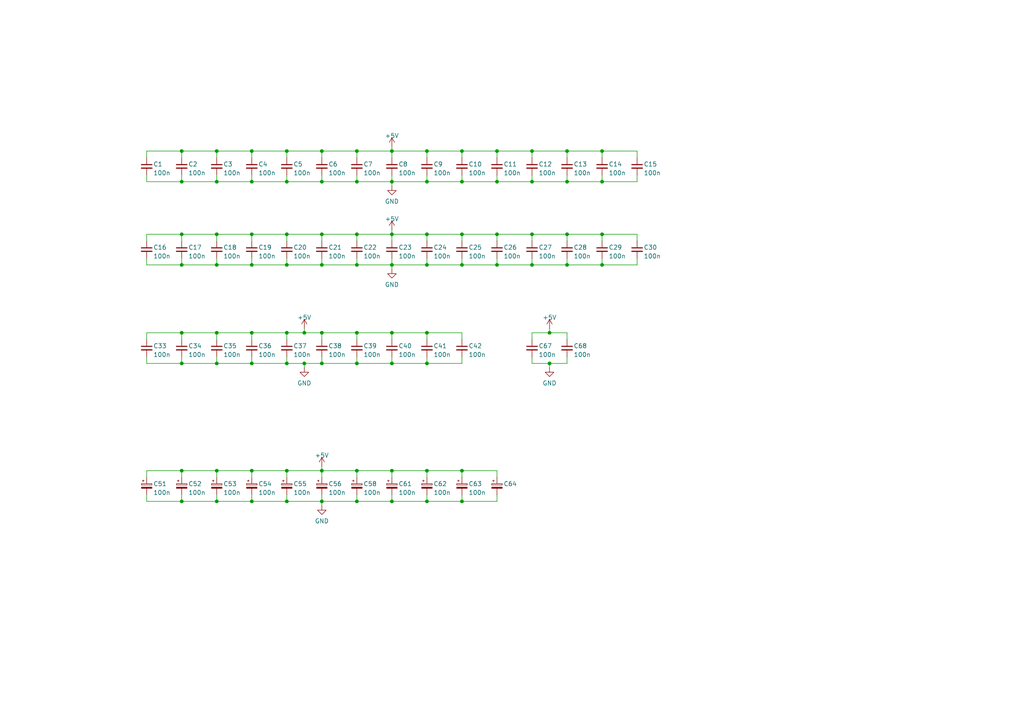
<source format=kicad_sch>
(kicad_sch (version 20230121) (generator eeschema)
  (paper "A4")
  (title_block (title "Decoupling Capacitors") (rev "1") (company "bald.ee/bitpreserve") (comment 1 "Apple IIc"))
  (lib_symbols
    (symbol "Device:C_Polarized_Small" (pin_numbers hide) (pin_names (offset 0.254) hide)
      (property "Reference" "C" (at 0.254 1.778 0))
      (property "Value" "C_Polarized_Small" (at 0.254 -2.032 0))
      (symbol "C_Polarized_Small_0_1"
        (rectangle (start -1.524 -0.3048) (end 1.524 -0.6858) (fill (type outline)))
        (rectangle (start -1.524 0.6858) (end 1.524 0.3048))
        (polyline (pts (xy -1.27 1.524) (xy -0.762 1.524)))
        (polyline (pts (xy -1.016 1.27) (xy -1.016 1.778)))
      )
      (symbol "C_Polarized_Small_1_1"
        (pin passive line (at 0 2.54 270) (length 1.8542) (name "~") (number "1"))
        (pin passive line (at 0 -2.54 90) (length 1.8542) (name "~") (number "2"))
      )
    )
    (symbol "Device:C_Small" (pin_numbers hide) (pin_names (offset 0.254) hide)
      (property "Reference" "C" (at 0.254 1.778 0))
      (property "Value" "C_Small" (at 0.254 -2.032 0))
      (symbol "C_Small_0_1"
        (polyline (pts (xy -1.524 -0.508) (xy 1.524 -0.508)) (stroke (width 0.3302)))
        (polyline (pts (xy -1.524 0.508) (xy 1.524 0.508)) (stroke (width 0.3048)))
      )
      (symbol "C_Small_1_1"
        (pin passive line (at 0 2.54 270) (length 2.032) (name "~") (number "1"))
        (pin passive line (at 0 -2.54 90) (length 2.032) (name "~") (number "2"))
      )
    )
    (symbol "power:+5V" (power) (pin_names (offset 0))
      (property "Value" "+5V" (at 0 3.556 0))
      (symbol "+5V_0_1"
        (polyline (pts (xy -0.762 1.27) (xy 0 2.54)))
        (polyline (pts (xy 0 0) (xy 0 2.54)))
        (polyline (pts (xy 0 2.54) (xy 0.762 1.27)))
      )
      (symbol "+5V_1_1"
        (pin power_in line (at 0 0 90) (length 0) hide (name "+5V") (number "1"))
      )
    )
    (symbol "power:GND" (power) (pin_names (offset 0))
      (property "Value" "GND" (at 0 -3.81 0))
      (symbol "GND_0_1"
        (polyline (pts (xy 0 0) (xy 0 -1.27) (xy 1.27 -1.27) (xy 0 -2.54) (xy -1.27 -1.27) (xy 0 -1.27)))
      )
      (symbol "GND_1_1"
        (pin power_in line (at 0 0 270) (length 0) hide (name "GND") (number "1"))
      )
    )
  )
  (junction (at 164.465 76.835))
  (junction (at 62.865 136.525))
  (junction (at 144.145 43.815))
  (junction (at 62.865 67.945))
  (junction (at 62.865 145.415))
  (junction (at 174.625 43.815))
  (junction (at 73.025 67.945))
  (junction (at 52.705 76.835))
  (junction (at 52.705 67.945))
  (junction (at 62.865 52.705))
  (junction (at 103.505 43.815))
  (junction (at 159.385 105.41))
  (junction (at 93.345 105.41))
  (junction (at 103.505 105.41))
  (junction (at 83.185 136.525))
  (junction (at 144.145 52.705))
  (junction (at 88.265 105.41))
  (junction (at 144.145 76.835))
  (junction (at 113.665 145.415))
  (junction (at 73.025 43.815))
  (junction (at 83.185 52.705))
  (junction (at 62.865 96.52))
  (junction (at 123.825 43.815))
  (junction (at 113.665 136.525))
  (junction (at 113.665 52.705))
  (junction (at 93.345 43.815))
  (junction (at 73.025 96.52))
  (junction (at 123.825 145.415))
  (junction (at 52.705 43.815))
  (junction (at 164.465 43.815))
  (junction (at 133.985 52.705))
  (junction (at 174.625 52.705))
  (junction (at 144.145 67.945))
  (junction (at 93.345 67.945))
  (junction (at 133.985 145.415))
  (junction (at 133.985 43.815))
  (junction (at 103.505 136.525))
  (junction (at 133.985 67.945))
  (junction (at 113.665 105.41))
  (junction (at 154.305 52.705))
  (junction (at 103.505 52.705))
  (junction (at 83.185 43.815))
  (junction (at 93.345 52.705))
  (junction (at 52.705 105.41))
  (junction (at 133.985 76.835))
  (junction (at 93.345 145.415))
  (junction (at 83.185 96.52))
  (junction (at 159.385 96.52))
  (junction (at 62.865 76.835))
  (junction (at 73.025 105.41))
  (junction (at 164.465 67.945))
  (junction (at 83.185 105.41))
  (junction (at 73.025 136.525))
  (junction (at 123.825 96.52))
  (junction (at 73.025 145.415))
  (junction (at 174.625 67.945))
  (junction (at 62.865 43.815))
  (junction (at 123.825 52.705))
  (junction (at 93.345 76.835))
  (junction (at 52.705 136.525))
  (junction (at 93.345 136.525))
  (junction (at 113.665 76.835))
  (junction (at 52.705 145.415))
  (junction (at 62.865 105.41))
  (junction (at 88.265 96.52))
  (junction (at 154.305 67.945))
  (junction (at 123.825 105.41))
  (junction (at 174.625 76.835))
  (junction (at 83.185 76.835))
  (junction (at 103.505 145.415))
  (junction (at 164.465 52.705))
  (junction (at 113.665 43.815))
  (junction (at 103.505 76.835))
  (junction (at 133.985 136.525))
  (junction (at 93.345 96.52))
  (junction (at 154.305 76.835))
  (junction (at 73.025 52.705))
  (junction (at 123.825 76.835))
  (junction (at 154.305 43.815))
  (junction (at 73.025 76.835))
  (junction (at 83.185 145.415))
  (junction (at 123.825 67.945))
  (junction (at 103.505 67.945))
  (junction (at 52.705 96.52))
  (junction (at 123.825 136.525))
  (junction (at 113.665 67.945))
  (junction (at 52.705 52.705))
  (junction (at 103.505 96.52))
  (junction (at 113.665 96.52))
  (junction (at 83.185 67.945))
  (wire (pts (xy 93.345 76.835) (xy 103.505 76.835)))
  (wire (pts (xy 62.865 145.415) (xy 73.025 145.415)))
  (wire (pts (xy 93.345 136.525) (xy 103.505 136.525)))
  (wire (pts (xy 42.545 96.52) (xy 52.705 96.52)))
  (wire (pts (xy 133.985 105.41) (xy 133.985 103.505)))
  (wire (pts (xy 133.985 43.815) (xy 144.145 43.815)))
  (wire (pts (xy 73.025 136.525) (xy 73.025 138.43)))
  (wire (pts (xy 159.385 96.52) (xy 164.465 96.52)))
  (wire (pts (xy 83.185 76.835) (xy 93.345 76.835)))
  (wire (pts (xy 42.545 74.93) (xy 42.545 76.835)))
  (wire (pts (xy 52.705 143.51) (xy 52.705 145.415)))
  (wire (pts (xy 154.305 96.52) (xy 159.385 96.52)))
  (wire (pts (xy 73.025 136.525) (xy 83.185 136.525)))
  (wire (pts (xy 73.025 145.415) (xy 83.185 145.415)))
  (wire (pts (xy 93.345 67.945) (xy 103.505 67.945)))
  (wire (pts (xy 52.705 105.41) (xy 62.865 105.41)))
  (wire (pts (xy 113.665 105.41) (xy 113.665 103.505)))
  (wire (pts (xy 52.705 145.415) (xy 62.865 145.415)))
  (wire (pts (xy 164.465 105.41) (xy 164.465 103.505)))
  (wire (pts (xy 73.025 105.41) (xy 83.185 105.41)))
  (wire (pts (xy 123.825 52.705) (xy 133.985 52.705)))
  (wire (pts (xy 93.345 135.255) (xy 93.345 136.525)))
  (wire (pts (xy 103.505 76.835) (xy 113.665 76.835)))
  (wire (pts (xy 62.865 43.815) (xy 62.865 45.72)))
  (wire (pts (xy 113.665 96.52) (xy 123.825 96.52)))
  (wire (pts (xy 52.705 76.835) (xy 62.865 76.835)))
  (wire (pts (xy 103.505 105.41) (xy 103.505 103.505)))
  (wire (pts (xy 73.025 43.815) (xy 83.185 43.815)))
  (wire (pts (xy 113.665 67.945) (xy 123.825 67.945)))
  (wire (pts (xy 52.705 43.815) (xy 52.705 45.72)))
  (wire (pts (xy 42.545 145.415) (xy 52.705 145.415)))
  (wire (pts (xy 93.345 52.705) (xy 103.505 52.705)))
  (wire (pts (xy 93.345 105.41) (xy 93.345 103.505)))
  (wire (pts (xy 133.985 136.525) (xy 133.985 138.43)))
  (wire (pts (xy 52.705 43.815) (xy 62.865 43.815)))
  (wire (pts (xy 123.825 43.815) (xy 133.985 43.815)))
  (wire (pts (xy 83.185 43.815) (xy 93.345 43.815)))
  (wire (pts (xy 42.545 67.945) (xy 42.545 69.85)))
  (wire (pts (xy 42.545 105.41) (xy 42.545 103.505)))
  (wire (pts (xy 73.025 96.52) (xy 73.025 98.425)))
  (wire (pts (xy 42.545 52.705) (xy 52.705 52.705)))
  (wire (pts (xy 154.305 43.815) (xy 164.465 43.815)))
  (wire (pts (xy 83.185 145.415) (xy 93.345 145.415)))
  (wire (pts (xy 184.785 43.815) (xy 184.785 45.72)))
  (wire (pts (xy 123.825 96.52) (xy 123.825 98.425)))
  (wire (pts (xy 113.665 76.835) (xy 123.825 76.835)))
  (wire (pts (xy 123.825 67.945) (xy 123.825 69.85)))
  (wire (pts (xy 83.185 143.51) (xy 83.185 145.415)))
  (wire (pts (xy 73.025 76.835) (xy 83.185 76.835)))
  (wire (pts (xy 73.025 67.945) (xy 73.025 69.85)))
  (wire (pts (xy 93.345 136.525) (xy 93.345 138.43)))
  (wire (pts (xy 133.985 52.705) (xy 144.145 52.705)))
  (wire (pts (xy 144.145 52.705) (xy 154.305 52.705)))
  (wire (pts (xy 93.345 74.93) (xy 93.345 76.835)))
  (wire (pts (xy 83.185 52.705) (xy 93.345 52.705)))
  (wire (pts (xy 144.145 67.945) (xy 144.145 69.85)))
  (wire (pts (xy 52.705 136.525) (xy 52.705 138.43)))
  (wire (pts (xy 83.185 105.41) (xy 83.185 103.505)))
  (wire (pts (xy 174.625 52.705) (xy 184.785 52.705)))
  (wire (pts (xy 113.665 42.545) (xy 113.665 43.815)))
  (wire (pts (xy 123.825 67.945) (xy 133.985 67.945)))
  (wire (pts (xy 159.385 105.41) (xy 164.465 105.41)))
  (wire (pts (xy 154.305 67.945) (xy 164.465 67.945)))
  (wire (pts (xy 184.785 67.945) (xy 184.785 69.85)))
  (wire (pts (xy 184.785 76.835) (xy 184.785 74.93)))
  (wire (pts (xy 62.865 96.52) (xy 62.865 98.425)))
  (wire (pts (xy 144.145 143.51) (xy 144.145 145.415)))
  (wire (pts (xy 174.625 50.8) (xy 174.625 52.705)))
  (wire (pts (xy 164.465 76.835) (xy 174.625 76.835)))
  (wire (pts (xy 154.305 103.505) (xy 154.305 105.41)))
  (wire (pts (xy 103.505 145.415) (xy 113.665 145.415)))
  (wire (pts (xy 62.865 67.945) (xy 62.865 69.85)))
  (wire (pts (xy 164.465 96.52) (xy 164.465 98.425)))
  (wire (pts (xy 42.545 96.52) (xy 42.545 98.425)))
  (wire (pts (xy 83.185 105.41) (xy 88.265 105.41)))
  (wire (pts (xy 133.985 96.52) (xy 133.985 98.425)))
  (wire (pts (xy 113.665 136.525) (xy 113.665 138.43)))
  (wire (pts (xy 103.505 74.93) (xy 103.505 76.835)))
  (wire (pts (xy 83.185 136.525) (xy 83.185 138.43)))
  (wire (pts (xy 103.505 43.815) (xy 103.505 45.72)))
  (wire (pts (xy 123.825 143.51) (xy 123.825 145.415)))
  (wire (pts (xy 52.705 96.52) (xy 52.705 98.425)))
  (wire (pts (xy 83.185 67.945) (xy 83.185 69.85)))
  (wire (pts (xy 144.145 43.815) (xy 144.145 45.72)))
  (wire (pts (xy 62.865 143.51) (xy 62.865 145.415)))
  (wire (pts (xy 133.985 145.415) (xy 144.145 145.415)))
  (wire (pts (xy 42.545 67.945) (xy 52.705 67.945)))
  (wire (pts (xy 133.985 136.525) (xy 144.145 136.525)))
  (wire (pts (xy 83.185 74.93) (xy 83.185 76.835)))
  (wire (pts (xy 123.825 96.52) (xy 133.985 96.52)))
  (wire (pts (xy 42.545 43.815) (xy 52.705 43.815)))
  (wire (pts (xy 154.305 52.705) (xy 164.465 52.705)))
  (wire (pts (xy 73.025 96.52) (xy 83.185 96.52)))
  (wire (pts (xy 42.545 105.41) (xy 52.705 105.41)))
  (wire (pts (xy 144.145 43.815) (xy 154.305 43.815)))
  (wire (pts (xy 184.785 52.705) (xy 184.785 50.8)))
  (wire (pts (xy 103.505 105.41) (xy 113.665 105.41)))
  (wire (pts (xy 62.865 52.705) (xy 73.025 52.705)))
  (wire (pts (xy 103.505 96.52) (xy 113.665 96.52)))
  (wire (pts (xy 174.625 76.835) (xy 184.785 76.835)))
  (wire (pts (xy 133.985 67.945) (xy 133.985 69.85)))
  (wire (pts (xy 113.665 66.675) (xy 113.665 67.945)))
  (wire (pts (xy 113.665 52.705) (xy 113.665 53.975)))
  (wire (pts (xy 144.145 136.525) (xy 144.145 138.43)))
  (wire (pts (xy 83.185 96.52) (xy 88.265 96.52)))
  (wire (pts (xy 73.025 105.41) (xy 73.025 103.505)))
  (wire (pts (xy 154.305 67.945) (xy 154.305 69.85)))
  (wire (pts (xy 144.145 50.8) (xy 144.145 52.705)))
  (wire (pts (xy 164.465 50.8) (xy 164.465 52.705)))
  (wire (pts (xy 42.545 136.525) (xy 42.545 138.43)))
  (wire (pts (xy 123.825 136.525) (xy 123.825 138.43)))
  (wire (pts (xy 154.305 96.52) (xy 154.305 98.425)))
  (wire (pts (xy 73.025 67.945) (xy 83.185 67.945)))
  (wire (pts (xy 93.345 96.52) (xy 103.505 96.52)))
  (wire (pts (xy 93.345 43.815) (xy 103.505 43.815)))
  (wire (pts (xy 123.825 145.415) (xy 133.985 145.415)))
  (wire (pts (xy 93.345 50.8) (xy 93.345 52.705)))
  (wire (pts (xy 154.305 76.835) (xy 164.465 76.835)))
  (wire (pts (xy 93.345 145.415) (xy 93.345 146.685)))
  (wire (pts (xy 62.865 74.93) (xy 62.865 76.835)))
  (wire (pts (xy 103.505 96.52) (xy 103.505 98.425)))
  (wire (pts (xy 113.665 143.51) (xy 113.665 145.415)))
  (wire (pts (xy 93.345 43.815) (xy 93.345 45.72)))
  (wire (pts (xy 123.825 105.41) (xy 123.825 103.505)))
  (wire (pts (xy 164.465 74.93) (xy 164.465 76.835)))
  (wire (pts (xy 154.305 43.815) (xy 154.305 45.72)))
  (wire (pts (xy 42.545 43.815) (xy 42.545 45.72)))
  (wire (pts (xy 93.345 105.41) (xy 103.505 105.41)))
  (wire (pts (xy 52.705 50.8) (xy 52.705 52.705)))
  (wire (pts (xy 73.025 52.705) (xy 83.185 52.705)))
  (wire (pts (xy 113.665 105.41) (xy 123.825 105.41)))
  (wire (pts (xy 73.025 143.51) (xy 73.025 145.415)))
  (wire (pts (xy 123.825 50.8) (xy 123.825 52.705)))
  (wire (pts (xy 103.505 50.8) (xy 103.505 52.705)))
  (wire (pts (xy 103.505 136.525) (xy 103.505 138.43)))
  (wire (pts (xy 164.465 43.815) (xy 174.625 43.815)))
  (wire (pts (xy 113.665 136.525) (xy 123.825 136.525)))
  (wire (pts (xy 62.865 43.815) (xy 73.025 43.815)))
  (wire (pts (xy 83.185 67.945) (xy 93.345 67.945)))
  (wire (pts (xy 52.705 136.525) (xy 62.865 136.525)))
  (wire (pts (xy 88.265 95.25) (xy 88.265 96.52)))
  (wire (pts (xy 123.825 105.41) (xy 133.985 105.41)))
  (wire (pts (xy 174.625 74.93) (xy 174.625 76.835)))
  (wire (pts (xy 62.865 96.52) (xy 73.025 96.52)))
  (wire (pts (xy 93.345 145.415) (xy 103.505 145.415)))
  (wire (pts (xy 133.985 76.835) (xy 144.145 76.835)))
  (wire (pts (xy 62.865 76.835) (xy 73.025 76.835)))
  (wire (pts (xy 83.185 96.52) (xy 83.185 98.425)))
  (wire (pts (xy 88.265 105.41) (xy 88.265 106.68)))
  (wire (pts (xy 42.545 136.525) (xy 52.705 136.525)))
  (wire (pts (xy 154.305 105.41) (xy 159.385 105.41)))
  (wire (pts (xy 88.265 96.52) (xy 93.345 96.52)))
  (wire (pts (xy 93.345 67.945) (xy 93.345 69.85)))
  (wire (pts (xy 123.825 76.835) (xy 133.985 76.835)))
  (wire (pts (xy 113.665 76.835) (xy 113.665 78.105)))
  (wire (pts (xy 52.705 67.945) (xy 62.865 67.945)))
  (wire (pts (xy 103.505 143.51) (xy 103.505 145.415)))
  (wire (pts (xy 123.825 74.93) (xy 123.825 76.835)))
  (wire (pts (xy 133.985 43.815) (xy 133.985 45.72)))
  (wire (pts (xy 174.625 43.815) (xy 184.785 43.815)))
  (wire (pts (xy 62.865 50.8) (xy 62.865 52.705)))
  (wire (pts (xy 113.665 50.8) (xy 113.665 52.705)))
  (wire (pts (xy 73.025 74.93) (xy 73.025 76.835)))
  (wire (pts (xy 62.865 136.525) (xy 73.025 136.525)))
  (wire (pts (xy 113.665 43.815) (xy 113.665 45.72)))
  (wire (pts (xy 123.825 43.815) (xy 123.825 45.72)))
  (wire (pts (xy 103.505 67.945) (xy 103.505 69.85)))
  (wire (pts (xy 133.985 74.93) (xy 133.985 76.835)))
  (wire (pts (xy 133.985 143.51) (xy 133.985 145.415)))
  (wire (pts (xy 52.705 67.945) (xy 52.705 69.85)))
  (wire (pts (xy 52.705 74.93) (xy 52.705 76.835)))
  (wire (pts (xy 83.185 50.8) (xy 83.185 52.705)))
  (wire (pts (xy 174.625 43.815) (xy 174.625 45.72)))
  (wire (pts (xy 52.705 105.41) (xy 52.705 103.505)))
  (wire (pts (xy 123.825 136.525) (xy 133.985 136.525)))
  (wire (pts (xy 93.345 143.51) (xy 93.345 145.415)))
  (wire (pts (xy 144.145 67.945) (xy 154.305 67.945)))
  (wire (pts (xy 113.665 43.815) (xy 123.825 43.815)))
  (wire (pts (xy 93.345 96.52) (xy 93.345 98.425)))
  (wire (pts (xy 62.865 136.525) (xy 62.865 138.43)))
  (wire (pts (xy 113.665 96.52) (xy 113.665 98.425)))
  (wire (pts (xy 52.705 52.705) (xy 62.865 52.705)))
  (wire (pts (xy 174.625 67.945) (xy 184.785 67.945)))
  (wire (pts (xy 144.145 76.835) (xy 154.305 76.835)))
  (wire (pts (xy 42.545 50.8) (xy 42.545 52.705)))
  (wire (pts (xy 113.665 52.705) (xy 123.825 52.705)))
  (wire (pts (xy 133.985 67.945) (xy 144.145 67.945)))
  (wire (pts (xy 159.385 95.25) (xy 159.385 96.52)))
  (wire (pts (xy 62.865 105.41) (xy 62.865 103.505)))
  (wire (pts (xy 174.625 67.945) (xy 174.625 69.85)))
  (wire (pts (xy 103.505 67.945) (xy 113.665 67.945)))
  (wire (pts (xy 73.025 43.815) (xy 73.025 45.72)))
  (wire (pts (xy 164.465 67.945) (xy 174.625 67.945)))
  (wire (pts (xy 62.865 105.41) (xy 73.025 105.41)))
  (wire (pts (xy 113.665 74.93) (xy 113.665 76.835)))
  (wire (pts (xy 113.665 145.415) (xy 123.825 145.415)))
  (wire (pts (xy 52.705 96.52) (xy 62.865 96.52)))
  (wire (pts (xy 83.185 43.815) (xy 83.185 45.72)))
  (wire (pts (xy 73.025 50.8) (xy 73.025 52.705)))
  (wire (pts (xy 62.865 67.945) (xy 73.025 67.945)))
  (wire (pts (xy 164.465 52.705) (xy 174.625 52.705)))
  (wire (pts (xy 42.545 143.51) (xy 42.545 145.415)))
  (wire (pts (xy 83.185 136.525) (xy 93.345 136.525)))
  (wire (pts (xy 103.505 136.525) (xy 113.665 136.525)))
  (wire (pts (xy 164.465 67.945) (xy 164.465 69.85)))
  (wire (pts (xy 154.305 74.93) (xy 154.305 76.835)))
  (wire (pts (xy 88.265 105.41) (xy 93.345 105.41)))
  (wire (pts (xy 159.385 105.41) (xy 159.385 106.68)))
  (wire (pts (xy 133.985 50.8) (xy 133.985 52.705)))
  (wire (pts (xy 42.545 76.835) (xy 52.705 76.835)))
  (wire (pts (xy 164.465 43.815) (xy 164.465 45.72)))
  (wire (pts (xy 103.505 52.705) (xy 113.665 52.705)))
  (wire (pts (xy 154.305 50.8) (xy 154.305 52.705)))
  (wire (pts (xy 103.505 43.815) (xy 113.665 43.815)))
  (wire (pts (xy 144.145 74.93) (xy 144.145 76.835)))
  (wire (pts (xy 113.665 67.945) (xy 113.665 69.85)))
  (symbol (lib_id "power:+5V") (at 159.385 95.25 0) (unit 1)
    (property "Reference" "#PWR080" (effects hide))
    (property "Value" "+5V" (at 159.385 92.075 0))
  )
  (symbol (lib_id "Device:C_Small") (at 62.865 100.965 0) (unit 1)
    (property "Reference" "C35" (at 64.77 100.33 0) (effects (justify left)))
    (property "Value" "100n" (at 64.77 102.87 0) (effects (justify left)))
  )
  (symbol (lib_id "Device:C_Small") (at 184.785 48.26 0) (unit 1)
    (property "Reference" "C15" (at 186.69 47.625 0) (effects (justify left)))
    (property "Value" "100n" (at 186.69 50.165 0) (effects (justify left)))
  )
  (symbol (lib_id "Device:C_Small") (at 83.185 100.965 0) (unit 1)
    (property "Reference" "C37" (at 85.09 100.33 0) (effects (justify left)))
    (property "Value" "100n" (at 85.09 102.87 0) (effects (justify left)))
  )
  (symbol (lib_id "Device:C_Polarized_Small") (at 144.145 140.97 0) (unit 1)
    (property "Reference" "C64" (at 146.05 140.335 0) (effects (justify left)))
    (property "Value" "100n" (effects hide))
  )
  (symbol (lib_id "Device:C_Small") (at 42.545 100.965 0) (unit 1)
    (property "Reference" "C33" (at 44.45 100.33 0) (effects (justify left)))
    (property "Value" "100n" (at 44.45 102.87 0) (effects (justify left)))
  )
  (symbol (lib_id "Device:C_Small") (at 123.825 72.39 0) (unit 1)
    (property "Reference" "C24" (at 125.73 71.755 0) (effects (justify left)))
    (property "Value" "100n" (at 125.73 74.295 0) (effects (justify left)))
  )
  (symbol (lib_id "Device:C_Small") (at 133.985 48.26 0) (unit 1)
    (property "Reference" "C10" (at 135.89 47.625 0) (effects (justify left)))
    (property "Value" "100n" (at 135.89 50.165 0) (effects (justify left)))
  )
  (symbol (lib_id "Device:C_Small") (at 144.145 48.26 0) (unit 1)
    (property "Reference" "C11" (at 146.05 47.625 0) (effects (justify left)))
    (property "Value" "100n" (at 146.05 50.165 0) (effects (justify left)))
  )
  (symbol (lib_id "Device:C_Small") (at 154.305 72.39 0) (unit 1)
    (property "Reference" "C27" (at 156.21 71.755 0) (effects (justify left)))
    (property "Value" "100n" (at 156.21 74.295 0) (effects (justify left)))
  )
  (symbol (lib_id "Device:C_Small") (at 103.505 72.39 0) (unit 1)
    (property "Reference" "C22" (at 105.41 71.755 0) (effects (justify left)))
    (property "Value" "100n" (at 105.41 74.295 0) (effects (justify left)))
  )
  (symbol (lib_id "Device:C_Small") (at 123.825 100.965 0) (unit 1)
    (property "Reference" "C41" (at 125.73 100.33 0) (effects (justify left)))
    (property "Value" "100n" (at 125.73 102.87 0) (effects (justify left)))
  )
  (symbol (lib_id "Device:C_Small") (at 73.025 48.26 0) (unit 1)
    (property "Reference" "C4" (at 74.93 47.625 0) (effects (justify left)))
    (property "Value" "100n" (at 74.93 50.165 0) (effects (justify left)))
  )
  (symbol (lib_id "Device:C_Small") (at 93.345 48.26 0) (unit 1)
    (property "Reference" "C6" (at 95.25 47.625 0) (effects (justify left)))
    (property "Value" "100n" (at 95.25 50.165 0) (effects (justify left)))
  )
  (symbol (lib_id "Device:C_Small") (at 164.465 72.39 0) (unit 1)
    (property "Reference" "C28" (at 166.37 71.755 0) (effects (justify left)))
    (property "Value" "100n" (at 166.37 74.295 0) (effects (justify left)))
  )
  (symbol (lib_id "Device:C_Small") (at 93.345 72.39 0) (unit 1)
    (property "Reference" "C21" (at 95.25 71.755 0) (effects (justify left)))
    (property "Value" "100n" (at 95.25 74.295 0) (effects (justify left)))
  )
  (symbol (lib_id "Device:C_Polarized_Small") (at 83.185 140.97 0) (unit 1)
    (property "Reference" "C55" (at 85.09 140.335 0) (effects (justify left)))
    (property "Value" "100n" (at 85.09 142.875 0) (effects (justify left)))
  )
  (symbol (lib_id "Device:C_Polarized_Small") (at 123.825 140.97 0) (unit 1)
    (property "Reference" "C62" (at 125.73 140.335 0) (effects (justify left)))
    (property "Value" "100n" (at 125.73 142.875 0) (effects (justify left)))
  )
  (symbol (lib_id "power:GND") (at 113.665 78.105 0) (unit 1)
    (property "Reference" "#PWR076" (effects hide))
    (property "Value" "GND" (at 113.665 82.55 0))
  )
  (symbol (lib_id "Device:C_Small") (at 42.545 48.26 0) (unit 1)
    (property "Reference" "C1" (at 44.45 47.625 0) (effects (justify left)))
    (property "Value" "100n" (at 44.45 50.165 0) (effects (justify left)))
  )
  (symbol (lib_id "power:GND") (at 88.265 106.68 0) (unit 1)
    (property "Reference" "#PWR078" (effects hide))
    (property "Value" "GND" (at 88.265 111.125 0))
  )
  (symbol (lib_id "Device:C_Small") (at 103.505 48.26 0) (unit 1)
    (property "Reference" "C7" (at 105.41 47.625 0) (effects (justify left)))
    (property "Value" "100n" (at 105.41 50.165 0) (effects (justify left)))
  )
  (symbol (lib_id "Device:C_Small") (at 62.865 72.39 0) (unit 1)
    (property "Reference" "C18" (at 64.77 71.755 0) (effects (justify left)))
    (property "Value" "100n" (at 64.77 74.295 0) (effects (justify left)))
  )
  (symbol (lib_id "Device:C_Small") (at 144.145 72.39 0) (unit 1)
    (property "Reference" "C26" (at 146.05 71.755 0) (effects (justify left)))
    (property "Value" "100n" (at 146.05 74.295 0) (effects (justify left)))
  )
  (symbol (lib_id "Device:C_Small") (at 113.665 100.965 0) (unit 1)
    (property "Reference" "C40" (at 115.57 100.33 0) (effects (justify left)))
    (property "Value" "100n" (at 115.57 102.87 0) (effects (justify left)))
  )
  (symbol (lib_id "Device:C_Polarized_Small") (at 73.025 140.97 0) (unit 1)
    (property "Reference" "C54" (at 74.93 140.335 0) (effects (justify left)))
    (property "Value" "100n" (at 74.93 142.875 0) (effects (justify left)))
  )
  (symbol (lib_id "Device:C_Polarized_Small") (at 103.505 140.97 0) (unit 1)
    (property "Reference" "C58" (at 105.41 140.335 0) (effects (justify left)))
    (property "Value" "100n" (at 105.41 142.875 0) (effects (justify left)))
  )
  (symbol (lib_id "Device:C_Small") (at 113.665 72.39 0) (unit 1)
    (property "Reference" "C23" (at 115.57 71.755 0) (effects (justify left)))
    (property "Value" "100n" (at 115.57 74.295 0) (effects (justify left)))
  )
  (symbol (lib_id "Device:C_Polarized_Small") (at 133.985 140.97 0) (unit 1)
    (property "Reference" "C63" (at 135.89 140.335 0) (effects (justify left)))
    (property "Value" "100n" (at 135.89 142.875 0) (effects (justify left)))
  )
  (symbol (lib_id "Device:C_Small") (at 83.185 48.26 0) (unit 1)
    (property "Reference" "C5" (at 85.09 47.625 0) (effects (justify left)))
    (property "Value" "100n" (at 85.09 50.165 0) (effects (justify left)))
  )
  (symbol (lib_id "power:+5V") (at 113.665 42.545 0) (unit 1)
    (property "Reference" "#PWR073" (effects hide))
    (property "Value" "+5V" (at 113.665 39.37 0))
  )
  (symbol (lib_id "Device:C_Polarized_Small") (at 52.705 140.97 0) (unit 1)
    (property "Reference" "C52" (at 54.61 140.335 0) (effects (justify left)))
    (property "Value" "100n" (at 54.61 142.875 0) (effects (justify left)))
  )
  (symbol (lib_id "power:+5V") (at 113.665 66.675 0) (unit 1)
    (property "Reference" "#PWR075" (effects hide))
    (property "Value" "+5V" (at 113.665 63.5 0))
  )
  (symbol (lib_id "Device:C_Small") (at 73.025 72.39 0) (unit 1)
    (property "Reference" "C19" (at 74.93 71.755 0) (effects (justify left)))
    (property "Value" "100n" (at 74.93 74.295 0) (effects (justify left)))
  )
  (symbol (lib_id "Device:C_Polarized_Small") (at 42.545 140.97 0) (unit 1)
    (property "Reference" "C51" (at 44.45 140.335 0) (effects (justify left)))
    (property "Value" "100n" (at 44.45 142.875 0) (effects (justify left)))
  )
  (symbol (lib_id "power:GND") (at 93.345 146.685 0) (unit 1)
    (property "Reference" "#PWR084" (effects hide))
    (property "Value" "GND" (at 93.345 151.13 0))
  )
  (symbol (lib_id "Device:C_Polarized_Small") (at 113.665 140.97 0) (unit 1)
    (property "Reference" "C61" (at 115.57 140.335 0) (effects (justify left)))
    (property "Value" "100n" (at 115.57 142.875 0) (effects (justify left)))
  )
  (symbol (lib_id "Device:C_Small") (at 62.865 48.26 0) (unit 1)
    (property "Reference" "C3" (at 64.77 47.625 0) (effects (justify left)))
    (property "Value" "100n" (at 64.77 50.165 0) (effects (justify left)))
  )
  (symbol (lib_id "Device:C_Small") (at 123.825 48.26 0) (unit 1)
    (property "Reference" "C9" (at 125.73 47.625 0) (effects (justify left)))
    (property "Value" "100n" (at 125.73 50.165 0) (effects (justify left)))
  )
  (symbol (lib_id "Device:C_Small") (at 133.985 100.965 0) (unit 1)
    (property "Reference" "C42" (at 135.89 100.33 0) (effects (justify left)))
    (property "Value" "100n" (at 135.89 102.87 0) (effects (justify left)))
  )
  (symbol (lib_id "Device:C_Small") (at 52.705 48.26 0) (unit 1)
    (property "Reference" "C2" (at 54.61 47.625 0) (effects (justify left)))
    (property "Value" "100n" (at 54.61 50.165 0) (effects (justify left)))
  )
  (symbol (lib_id "Device:C_Small") (at 103.505 100.965 0) (unit 1)
    (property "Reference" "C39" (at 105.41 100.33 0) (effects (justify left)))
    (property "Value" "100n" (at 105.41 102.87 0) (effects (justify left)))
  )
  (symbol (lib_id "Device:C_Small") (at 52.705 100.965 0) (unit 1)
    (property "Reference" "C34" (at 54.61 100.33 0) (effects (justify left)))
    (property "Value" "100n" (at 54.61 102.87 0) (effects (justify left)))
  )
  (symbol (lib_id "Device:C_Small") (at 164.465 48.26 0) (unit 1)
    (property "Reference" "C13" (at 166.37 47.625 0) (effects (justify left)))
    (property "Value" "100n" (at 166.37 50.165 0) (effects (justify left)))
  )
  (symbol (lib_id "Device:C_Small") (at 154.305 48.26 0) (unit 1)
    (property "Reference" "C12" (at 156.21 47.625 0) (effects (justify left)))
    (property "Value" "100n" (at 156.21 50.165 0) (effects (justify left)))
  )
  (symbol (lib_id "Device:C_Small") (at 184.785 72.39 0) (unit 1)
    (property "Reference" "C30" (at 186.69 71.755 0) (effects (justify left)))
    (property "Value" "100n" (at 186.69 74.295 0) (effects (justify left)))
  )
  (symbol (lib_id "Device:C_Small") (at 154.305 100.965 0) (unit 1)
    (property "Reference" "C67" (at 156.21 100.33 0) (effects (justify left)))
    (property "Value" "100n" (at 156.21 102.87 0) (effects (justify left)))
  )
  (symbol (lib_id "Device:C_Small") (at 73.025 100.965 0) (unit 1)
    (property "Reference" "C36" (at 74.93 100.33 0) (effects (justify left)))
    (property "Value" "100n" (at 74.93 102.87 0) (effects (justify left)))
  )
  (symbol (lib_id "Device:C_Small") (at 42.545 72.39 0) (unit 1)
    (property "Reference" "C16" (at 44.45 71.755 0) (effects (justify left)))
    (property "Value" "100n" (at 44.45 74.295 0) (effects (justify left)))
  )
  (symbol (lib_id "Device:C_Small") (at 174.625 72.39 0) (unit 1)
    (property "Reference" "C29" (at 176.53 71.755 0) (effects (justify left)))
    (property "Value" "100n" (at 176.53 74.295 0) (effects (justify left)))
  )
  (symbol (lib_id "Device:C_Small") (at 113.665 48.26 0) (unit 1)
    (property "Reference" "C8" (at 115.57 47.625 0) (effects (justify left)))
    (property "Value" "100n" (at 115.57 50.165 0) (effects (justify left)))
  )
  (symbol (lib_id "power:+5V") (at 88.265 95.25 0) (unit 1)
    (property "Reference" "#PWR077" (effects hide))
    (property "Value" "+5V" (at 88.265 92.075 0))
  )
  (symbol (lib_id "power:GND") (at 159.385 106.68 0) (unit 1)
    (property "Reference" "#PWR079" (effects hide))
    (property "Value" "GND" (at 159.385 111.125 0))
  )
  (symbol (lib_id "Device:C_Small") (at 52.705 72.39 0) (unit 1)
    (property "Reference" "C17" (at 54.61 71.755 0) (effects (justify left)))
    (property "Value" "100n" (at 54.61 74.295 0) (effects (justify left)))
  )
  (symbol (lib_id "power:+5V") (at 93.345 135.255 0) (unit 1)
    (property "Reference" "#PWR083" (effects hide))
    (property "Value" "+5V" (at 93.345 132.08 0))
  )
  (symbol (lib_id "Device:C_Polarized_Small") (at 93.345 140.97 0) (unit 1)
    (property "Reference" "C56" (at 95.25 140.335 0) (effects (justify left)))
    (property "Value" "100n" (at 95.25 142.875 0) (effects (justify left)))
  )
  (symbol (lib_id "Device:C_Polarized_Small") (at 62.865 140.97 0) (unit 1)
    (property "Reference" "C53" (at 64.77 140.335 0) (effects (justify left)))
    (property "Value" "100n" (at 64.77 142.875 0) (effects (justify left)))
  )
  (symbol (lib_id "Device:C_Small") (at 133.985 72.39 0) (unit 1)
    (property "Reference" "C25" (at 135.89 71.755 0) (effects (justify left)))
    (property "Value" "100n" (at 135.89 74.295 0) (effects (justify left)))
  )
  (symbol (lib_id "Device:C_Small") (at 174.625 48.26 0) (unit 1)
    (property "Reference" "C14" (at 176.53 47.625 0) (effects (justify left)))
    (property "Value" "100n" (at 176.53 50.165 0) (effects (justify left)))
  )
  (symbol (lib_id "Device:C_Small") (at 93.345 100.965 0) (unit 1)
    (property "Reference" "C38" (at 95.25 100.33 0) (effects (justify left)))
    (property "Value" "100n" (at 95.25 102.87 0) (effects (justify left)))
  )
  (symbol (lib_id "Device:C_Small") (at 83.185 72.39 0) (unit 1)
    (property "Reference" "C20" (at 85.09 71.755 0) (effects (justify left)))
    (property "Value" "100n" (at 85.09 74.295 0) (effects (justify left)))
  )
  (symbol (lib_id "Device:C_Small") (at 164.465 100.965 0) (unit 1)
    (property "Reference" "C68" (at 166.37 100.33 0) (effects (justify left)))
    (property "Value" "100n" (at 166.37 102.87 0) (effects (justify left)))
  )
  (symbol (lib_id "power:GND") (at 113.665 53.975 0) (unit 1)
    (property "Reference" "#PWR074" (effects hide))
    (property "Value" "GND" (at 113.665 58.42 0))
  )
)
</source>
